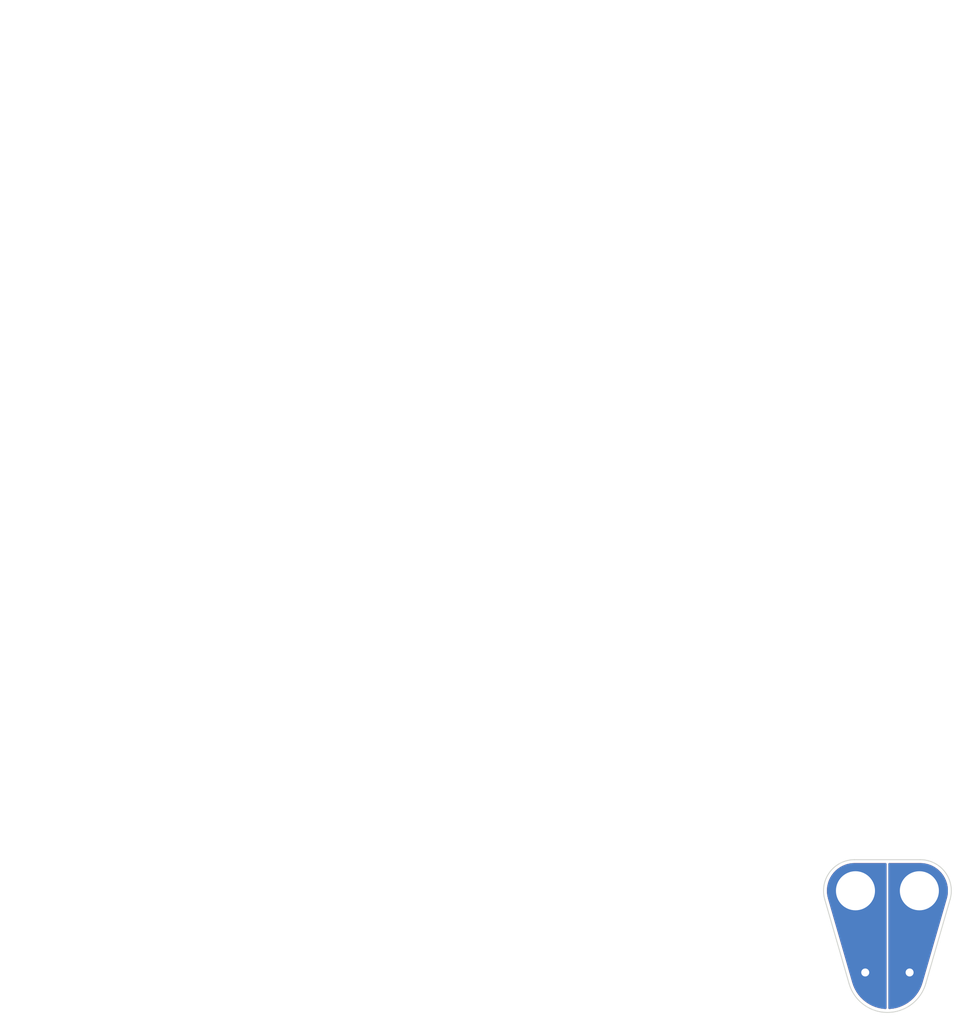
<source format=kicad_pcb>
(kicad_pcb (version 20221018) (generator pcbnew)
  (layers (0 "F.Cu" signal) (31 "B.Cu" signal) (34 "B.Paste" user) (35 "F.Paste" user) (36 "B.SilkS" user "B.Silkscreen") (37 "F.SilkS" user "F.Silkscreen") (38 "B.Mask" user) (39 "F.Mask" user) (44 "Edge.Cuts" user))
  (net 0 "")
  (net 1 "Net-(C1-Pad1)")
  (net 2 "Net-(C1-Pad2)")
  (footprint "Xer_Library:XT60U-M Reversible" (layer "F.Cu") (at 100 100)
    (fp_text reference "XT1" hide)
    (fp_text value "~")
    (pad "1" thru_hole circle (at -3.6 0) (size 6 6) (drill 4.4) (layers "*.Cu" "*.Mask") (net 1 "Net-(C1-Pad1)"))
    (pad "2" thru_hole circle (at 3.6 0) (size 6 6) (drill 4.4) (layers "*.Cu" "*.Mask") (net 2 "Net-(C1-Pad2)"))
  )
  (footprint "Xer_Library:470uf poly cap" (layer "F.Cu") (at 100 109.2 180)
    (fp_text reference "C1" hide)
    (fp_text value "C")
    (pad "1" thru_hole circle (at 2.5 0 180) (size 2 2) (drill 0.9) (layers "*.Cu" "*.Mask") (net 1 "Net-(C1-Pad1)"))
    (pad "2" thru_hole circle (at -2.5 0 180) (size 2 2) (drill 0.9) (layers "*.Cu" "*.Mask") (net 2 "Net-(C1-Pad2)"))
  )
  (gr_line (start 96.3 96.5) (end 103.7 96.5) (stroke (width 0.1)) (layer "Edge.Cuts"))
  (gr_arc (start 92.937626 100.971824) (mid 93.502556 97.896597) (end 96.3 96.5) (stroke (width 0.1)) (layer "Edge.Cuts"))
  (gr_line (start 107.062374 100.971824) (end 104.323052 110.449488) (stroke (width 0.1)) (layer "Edge.Cuts"))
  (gr_arc (start 104.323052 110.449488) (mid 100 113.7) (end 95.676948 110.449488) (stroke (width 0.1)) (layer "Edge.Cuts"))
  (gr_line (start 92.937626 100.971824) (end 95.676948 110.449488) (stroke (width 0.1)) (layer "Edge.Cuts"))
  (gr_arc (start 103.7 96.5) (mid 106.497444 97.896596) (end 107.062374 100.971824) (stroke (width 0.1)) (layer "Edge.Cuts"))
  (zone (net 2) (net_name "Net-(C1-Pad2)") (layers "F&B.Cu") (connect_pads yes (clearance 0.2)) (min_thickness 0.2) (fill yes (thermal_gap 0.5) (thermal_bridge_width 0.5))
    (polygon (pts (xy 100.1 95) (xy 100.1 115) (xy 110 115) (xy 110 95)))
  )
  (zone (net 1) (net_name "Net-(C1-Pad1)") (layers "F&B.Cu") (name "stitch_zone_0") (connect_pads yes (clearance 0.2)) (min_thickness 0.2) (fill yes (thermal_gap 0.5) (thermal_bridge_width 0.5))
    (polygon (pts (xy 99.9 95) (xy 99.9 115) (xy 90 115) (xy 90 95)))
  )
)
</source>
